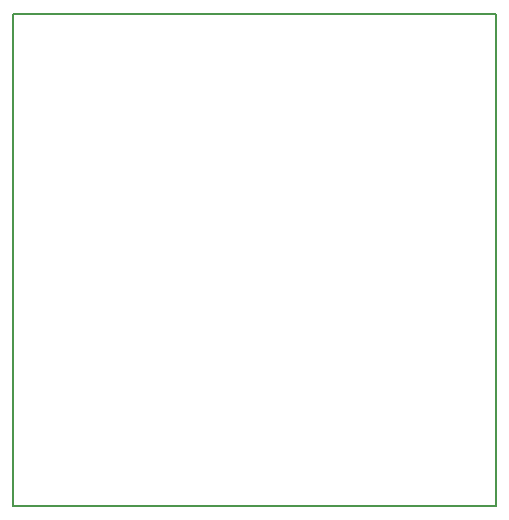
<source format=gm1>
G04 MADE WITH FRITZING*
G04 WWW.FRITZING.ORG*
G04 DOUBLE SIDED*
G04 HOLES PLATED*
G04 CONTOUR ON CENTER OF CONTOUR VECTOR*
%ASAXBY*%
%FSLAX23Y23*%
%MOIN*%
%OFA0B0*%
%SFA1.0B1.0*%
%ADD10R,1.615740X1.650920*%
%ADD11C,0.008000*%
%ADD10C,0.008*%
%LNCONTOUR*%
G90*
G70*
G54D10*
G54D11*
X4Y1647D02*
X1612Y1647D01*
X1612Y4D01*
X4Y4D01*
X4Y1647D01*
D02*
G04 End of contour*
M02*
</source>
